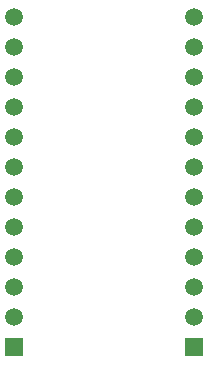
<source format=gbl>
%FSLAX23Y23*%
%MOIN*%
G70*
G01*
G75*
G04 Layer_Physical_Order=2*
G04 Layer_Color=16711680*
%ADD10R,0.037X0.067*%
%ADD11C,0.010*%
%ADD12C,0.020*%
%ADD13C,0.059*%
%ADD14R,0.059X0.059*%
D13*
X2080Y2710D02*
D03*
Y2610D02*
D03*
Y2510D02*
D03*
Y2410D02*
D03*
Y2310D02*
D03*
Y2210D02*
D03*
Y2110D02*
D03*
Y2010D02*
D03*
Y1910D02*
D03*
Y1810D02*
D03*
Y1710D02*
D03*
X1480Y2710D02*
D03*
Y2610D02*
D03*
Y2510D02*
D03*
Y2410D02*
D03*
Y2310D02*
D03*
Y2210D02*
D03*
Y2110D02*
D03*
Y2010D02*
D03*
Y1910D02*
D03*
Y1810D02*
D03*
Y1710D02*
D03*
D14*
X2080Y1610D02*
D03*
X1480D02*
D03*
M02*

</source>
